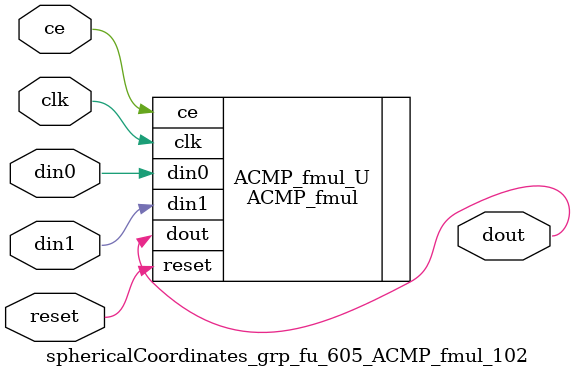
<source format=v>

`timescale 1 ns / 1 ps
module sphericalCoordinates_grp_fu_605_ACMP_fmul_102(
    clk,
    reset,
    ce,
    din0,
    din1,
    dout);

parameter ID = 32'd1;
parameter NUM_STAGE = 32'd1;
parameter din0_WIDTH = 32'd1;
parameter din1_WIDTH = 32'd1;
parameter dout_WIDTH = 32'd1;
input clk;
input reset;
input ce;
input[din0_WIDTH - 1:0] din0;
input[din1_WIDTH - 1:0] din1;
output[dout_WIDTH - 1:0] dout;



ACMP_fmul #(
.ID( ID ),
.NUM_STAGE( 4 ),
.din0_WIDTH( din0_WIDTH ),
.din1_WIDTH( din1_WIDTH ),
.dout_WIDTH( dout_WIDTH ))
ACMP_fmul_U(
    .clk( clk ),
    .reset( reset ),
    .ce( ce ),
    .din0( din0 ),
    .din1( din1 ),
    .dout( dout ));

endmodule

</source>
